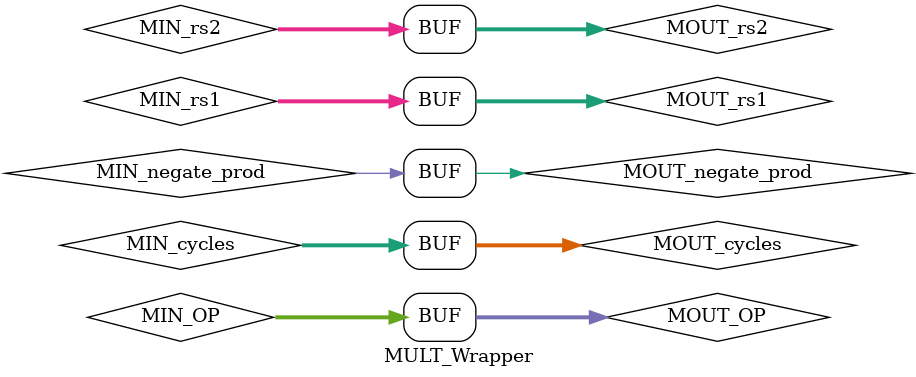
<source format=sv>
module MULT_Wrapper #(
     
) (
    MULT_VIF _if,   
);

logic EOUT_negate_prod, MIN_negate_prod, MOUT_negate_prod, WIN_negate_prod;
logic [1:0] EOUT_cycles, MIN_cycles, MOUT_cycles, WIN_cycles, MIN_OP, MOUT_OP, WIN_OP; 
logic [31:0] EOUT_rs1, MIN_rs1, MOUT_rs1, WIN_rs1, EOUT_rs2, MIN_rs2, MOUT_rs2, WIN_rs2, WOUT_prod; 
logic [63:0] EOUT_prod, MIN_prod, MOUT_prod, WIN_prod; 

always_ff @( posedge _if.clk ) begin 
    MIN_cycles <= EOUT_cycles;
    MIN_negate_prod <= EOUT_negate_prod ; 
    MIN_prod <= EOUT_prod; 
    MIN_rs1 <= EOUT_rs1; 
    MIN_rs2 <= EOUT_rs2 ; 
    MIN_OP <= _if.MUL_OP; 

    WIN_cycles <= MOUT_cycles; 
    WIN_negate_prod <= MOUT_negate_prod; 
    WIN_prod <= MOUT_prod; 
    WIN_rs1 <= MOUT_rs1; 
    WIN_rs2 <= MOUT_rs2; 
    WIN_OP <= MOUT_OP; 

    _if.product1 <= EOUT_prod; 
    _if.product2 <= MOUT_prod; 
    _if.product3 <= WOUT_prod; 
end


MUL_INIT MUL_E(
    .EN(_if.EN),
    .RS1(_if.RS1),
    .RS2(_if.RS2),
    .MUL_OP(_if.MUL_OP),
    .PROD(EOUT_prod),
    .RS1_U(EOUT_rs1),
    .RS2_U(EOUT_rs2),
    .SIGN(EOUT_negate_prod),
    .CYCLES(EOUT_cycles) 
);

MUL_MID MUL_M(
    .EN(MIN_cycles[0] | MIN_cycles[1]),
    .RDY_M(MIN_cycles[0]),
    .SIGN(MIN_negate_prod),
    .SUM(MIN_prod), 
    .RS1_U_MID(MIN_rs1[21:11]),
    .RS2_U_MID(MIN_rs2[21:11]),
    .PROD(MOUT_prod),
);
//not necessary just makes stuff easier to track
always_comb begin  
    MOUT_cycles = MIN_cycles; 
    MOUT_negate_prod = MIN_negate_prod; 
    MOUT_rs1 = MIN_rs1; 
    MOUT_rs2 = MIN_rs2; 
    MOUT_OP = MIN_OP; 
end 

MUL_FIN MUL_W(
    .EN(WIN_cycles[1]),
    .SIGN(WIN_negate_prod),
    .UPPER(WIN_OP[1] | WIN_OP[0]),
    .SUM(WIN_prod), 
    .RS1_U_END(WIN_rs1[31:22]),
    .RS2_U_END(WIN_rs2[31:22]),
    .PROD(WOUT_prod),
);

endmodule
    

</source>
